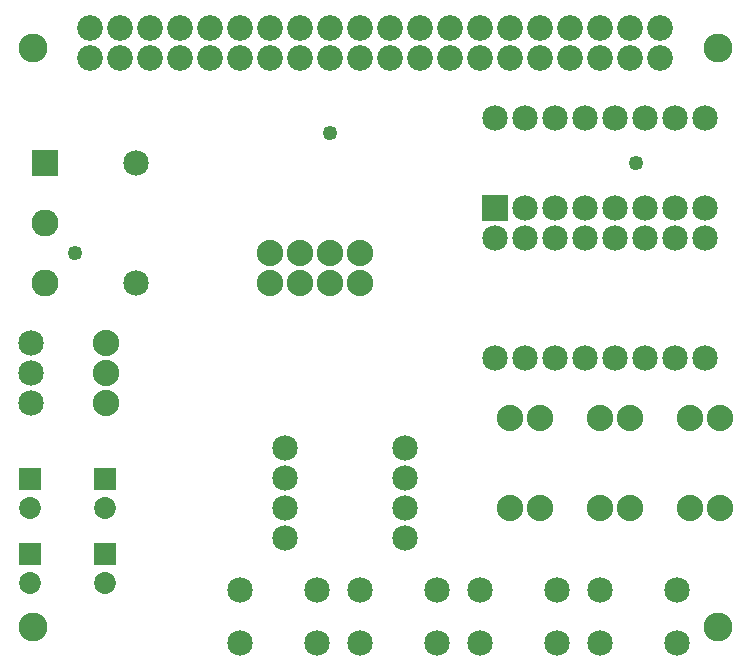
<source format=gbs>
G04 MADE WITH FRITZING*
G04 WWW.FRITZING.ORG*
G04 DOUBLE SIDED*
G04 HOLES PLATED*
G04 CONTOUR ON CENTER OF CONTOUR VECTOR*
%ASAXBY*%
%FSLAX23Y23*%
%MOIN*%
%OFA0B0*%
%SFA1.0B1.0*%
%ADD10C,0.085000*%
%ADD11C,0.085361*%
%ADD12C,0.090000*%
%ADD13C,0.088000*%
%ADD14C,0.049370*%
%ADD15C,0.096614*%
%ADD16C,0.072992*%
%ADD17R,0.090000X0.090000*%
%ADD18R,0.085000X0.085000*%
%ADD19R,0.072992X0.072992*%
%LNMASK0*%
G90*
G70*
G54D10*
X2284Y1041D03*
X2284Y1441D03*
G54D11*
X334Y2041D03*
X434Y2041D03*
X534Y2041D03*
X634Y2041D03*
X734Y2041D03*
X834Y2041D03*
X934Y2041D03*
X1034Y2041D03*
X1134Y2041D03*
X1234Y2041D03*
X1334Y2041D03*
X1434Y2041D03*
X1534Y2041D03*
X1634Y2041D03*
X1734Y2041D03*
X1834Y2041D03*
X1934Y2041D03*
X2034Y2041D03*
X2134Y2041D03*
X2234Y2041D03*
X2234Y2141D03*
X2134Y2141D03*
X2034Y2141D03*
X1934Y2141D03*
X1834Y2141D03*
X1734Y2141D03*
X1634Y2141D03*
X1534Y2141D03*
X1434Y2141D03*
X1334Y2141D03*
X1234Y2141D03*
X1134Y2141D03*
X1034Y2141D03*
X934Y2141D03*
X834Y2141D03*
X734Y2141D03*
X634Y2141D03*
X534Y2141D03*
X434Y2141D03*
X334Y2141D03*
G54D10*
X2384Y1041D03*
X2384Y1441D03*
G54D12*
X184Y1691D03*
X184Y1491D03*
X184Y1291D03*
G54D10*
X1684Y1541D03*
X1684Y1841D03*
X1784Y1541D03*
X1784Y1841D03*
X1884Y1541D03*
X1884Y1841D03*
X1984Y1541D03*
X1984Y1841D03*
X2084Y1541D03*
X2084Y1841D03*
X2184Y1541D03*
X2184Y1841D03*
X2284Y1541D03*
X2284Y1841D03*
X2384Y1541D03*
X2384Y1841D03*
G54D13*
X1834Y541D03*
X1734Y541D03*
G54D14*
X2154Y1691D03*
G54D13*
X1834Y841D03*
X1734Y841D03*
G54D14*
X284Y1391D03*
G54D13*
X2434Y841D03*
X2334Y841D03*
G54D14*
X1132Y1793D03*
G54D10*
X984Y541D03*
X1384Y541D03*
G54D15*
X2426Y145D03*
X142Y145D03*
X142Y2074D03*
X2427Y2074D03*
G54D10*
X984Y641D03*
X1384Y641D03*
X984Y441D03*
X1384Y441D03*
X984Y741D03*
X1384Y741D03*
X2290Y91D03*
X2034Y91D03*
X2290Y268D03*
X2034Y268D03*
X1490Y91D03*
X1234Y91D03*
X1490Y268D03*
X1234Y268D03*
X1090Y91D03*
X834Y91D03*
X1090Y268D03*
X834Y268D03*
X1890Y91D03*
X1634Y91D03*
X1890Y268D03*
X1634Y268D03*
X135Y891D03*
X135Y991D03*
X135Y1091D03*
X485Y1291D03*
X485Y1691D03*
G54D13*
X1234Y1391D03*
X1134Y1391D03*
X1034Y1391D03*
X934Y1391D03*
X1234Y1291D03*
X1134Y1291D03*
X1034Y1291D03*
X934Y1291D03*
G54D10*
X2084Y1041D03*
X2084Y1441D03*
X1984Y1041D03*
X1984Y1441D03*
X1884Y1041D03*
X1884Y1441D03*
X1784Y1041D03*
X1784Y1441D03*
X1684Y1041D03*
X1684Y1441D03*
G54D16*
X134Y389D03*
X134Y291D03*
X134Y639D03*
X134Y541D03*
X384Y389D03*
X384Y291D03*
X384Y639D03*
X384Y541D03*
G54D13*
X385Y1091D03*
X385Y991D03*
X385Y891D03*
G54D10*
X2184Y1041D03*
X2184Y1441D03*
G54D13*
X2134Y541D03*
X2034Y541D03*
X2134Y841D03*
X2034Y841D03*
X2434Y541D03*
X2334Y541D03*
G54D17*
X184Y1691D03*
G54D18*
X1684Y1541D03*
G54D19*
X134Y389D03*
X134Y639D03*
X384Y389D03*
X384Y639D03*
G04 End of Mask0*
M02*
</source>
